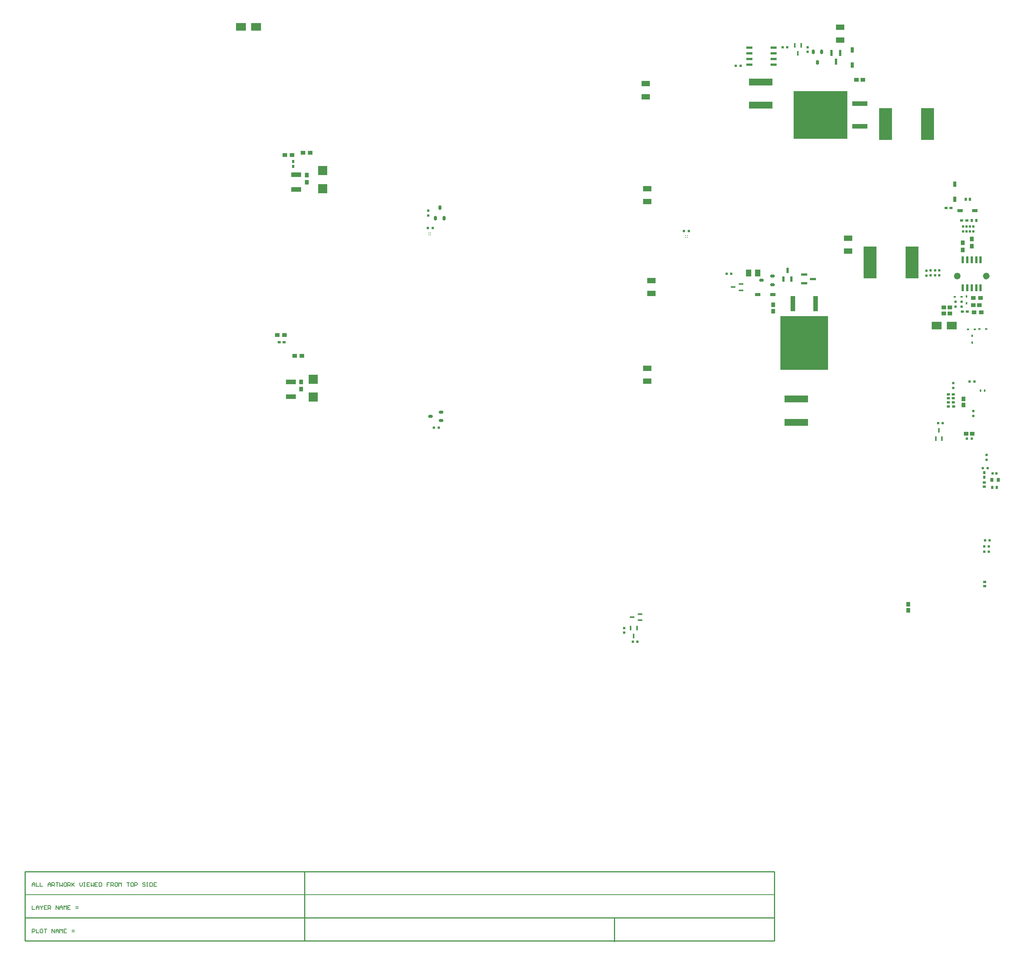
<source format=gbp>
G04*
G04 #@! TF.GenerationSoftware,Altium Limited,Altium Designer,24.3.1 (35)*
G04*
G04 Layer_Color=128*
%FSAX25Y25*%
%MOIN*%
G70*
G04*
G04 #@! TF.SameCoordinates,8ECB5597-4BEE-4FB2-8F1C-C82D3C8D71A6*
G04*
G04*
G04 #@! TF.FilePolarity,Positive*
G04*
G01*
G75*
%ADD13C,0.01000*%
%ADD16C,0.00800*%
%ADD18C,0.00600*%
%ADD35R,0.02598X0.02283*%
%ADD36R,0.02598X0.02283*%
%ADD37R,0.03937X0.03740*%
%ADD38R,0.02200X0.02000*%
%ADD39R,0.04375X0.01775*%
%ADD67R,0.02600X0.02000*%
%ADD79R,0.02200X0.02800*%
%ADD80R,0.02000X0.02400*%
%ADD100R,0.03740X0.04432*%
%ADD106R,0.08661X0.04331*%
%ADD109R,0.02200X0.02400*%
%ADD111R,0.03740X0.03937*%
%ADD116R,0.07284X0.05118*%
%ADD117R,0.05000X0.06300*%
%ADD120R,0.02400X0.02000*%
%ADD121R,0.04432X0.03740*%
G04:AMPARAMS|DCode=122|XSize=23.62mil|YSize=39.37mil|CornerRadius=5.91mil|HoleSize=0mil|Usage=FLASHONLY|Rotation=180.000|XOffset=0mil|YOffset=0mil|HoleType=Round|Shape=RoundedRectangle|*
%AMROUNDEDRECTD122*
21,1,0.02362,0.02756,0,0,180.0*
21,1,0.01181,0.03937,0,0,180.0*
1,1,0.01181,-0.00591,0.01378*
1,1,0.01181,0.00591,0.01378*
1,1,0.01181,0.00591,-0.01378*
1,1,0.01181,-0.00591,-0.01378*
%
%ADD122ROUNDEDRECTD122*%
%ADD123R,0.02000X0.02600*%
%ADD124R,0.02283X0.02598*%
%ADD125R,0.02283X0.02598*%
%ADD126R,0.20866X0.06299*%
%ADD131R,0.04800X0.03000*%
%ADD136R,0.02000X0.02200*%
%ADD138R,0.02800X0.02200*%
%ADD142R,0.01800X0.02200*%
G04:AMPARAMS|DCode=143|XSize=23.62mil|YSize=39.37mil|CornerRadius=5.91mil|HoleSize=0mil|Usage=FLASHONLY|Rotation=270.000|XOffset=0mil|YOffset=0mil|HoleType=Round|Shape=RoundedRectangle|*
%AMROUNDEDRECTD143*
21,1,0.02362,0.02756,0,0,270.0*
21,1,0.01181,0.03937,0,0,270.0*
1,1,0.01181,-0.01378,-0.00591*
1,1,0.01181,-0.01378,0.00591*
1,1,0.01181,0.01378,0.00591*
1,1,0.01181,0.01378,-0.00591*
%
%ADD143ROUNDEDRECTD143*%
%ADD286C,0.01000*%
%ADD291R,0.02800X0.03700*%
%ADD292R,0.02400X0.01400*%
%ADD293R,0.05600X0.02200*%
%ADD294R,0.02200X0.05000*%
%ADD295R,0.05750X0.02100*%
%ADD296R,0.08600X0.06500*%
%ADD297R,0.07874X0.07874*%
%ADD298R,0.02362X0.06299*%
%ADD299R,0.11400X0.28000*%
%ADD302R,0.13800X0.04100*%
%ADD303R,0.47400X0.42200*%
%ADD304R,0.03740X0.03959*%
%ADD305R,0.01775X0.04375*%
%ADD306R,0.03000X0.04800*%
%ADD307R,0.03959X0.03740*%
%ADD308R,0.02200X0.05600*%
%ADD309R,0.04100X0.13800*%
%ADD310R,0.42200X0.47400*%
%ADD311R,0.01400X0.02400*%
%ADD316C,0.02953*%
G54D13*
X0559400Y0039400D02*
Y0059683D01*
X0440500Y0040050D02*
X0700200D01*
Y0101050D01*
X0286500Y0040050D02*
Y0101050D01*
X0040000Y0040050D02*
Y0101050D01*
X0040050Y0040050D02*
X0197600D01*
X0040050D02*
Y0101050D01*
Y0101050D02*
X0700200D01*
X0040000Y0040050D02*
X0440500D01*
X0040000Y0060383D02*
X0700000D01*
G54D16*
X0040000Y0080717D02*
X0700200D01*
G54D18*
X0046350Y0071049D02*
Y0067551D01*
X0048683D01*
X0049849D02*
Y0069883D01*
X0051015Y0071049D01*
X0052181Y0069883D01*
Y0067551D01*
Y0069300D01*
X0049849D01*
X0053348Y0071049D02*
Y0070466D01*
X0054514Y0069300D01*
X0055680Y0070466D01*
Y0071049D01*
X0054514Y0069300D02*
Y0067551D01*
X0059179Y0071049D02*
X0056847D01*
Y0067551D01*
X0059179D01*
X0056847Y0069300D02*
X0058013D01*
X0060346Y0067551D02*
Y0071049D01*
X0062095D01*
X0062678Y0070466D01*
Y0069300D01*
X0062095Y0068717D01*
X0060346D01*
X0061512D02*
X0062678Y0067551D01*
X0067343D02*
Y0071049D01*
X0069676Y0067551D01*
Y0071049D01*
X0070842Y0067551D02*
Y0069883D01*
X0072008Y0071049D01*
X0073175Y0069883D01*
Y0067551D01*
Y0069300D01*
X0070842D01*
X0074341Y0067551D02*
Y0071049D01*
X0075507Y0069883D01*
X0076674Y0071049D01*
Y0067551D01*
X0080172Y0071049D02*
X0077840D01*
Y0067551D01*
X0080172D01*
X0077840Y0069300D02*
X0079006D01*
X0084838Y0068717D02*
X0087170D01*
X0084838Y0069883D02*
X0087170D01*
X0046350Y0046966D02*
Y0050465D01*
X0048099D01*
X0048683Y0049882D01*
Y0048716D01*
X0048099Y0048133D01*
X0046350D01*
X0049849Y0050465D02*
Y0046966D01*
X0052181D01*
X0055097Y0050465D02*
X0053931D01*
X0053348Y0049882D01*
Y0047550D01*
X0053931Y0046966D01*
X0055097D01*
X0055680Y0047550D01*
Y0049882D01*
X0055097Y0050465D01*
X0056847D02*
X0059179D01*
X0058013D01*
Y0046966D01*
X0063844D02*
Y0050465D01*
X0066177Y0046966D01*
Y0050465D01*
X0067343Y0046966D02*
Y0049299D01*
X0068510Y0050465D01*
X0069676Y0049299D01*
Y0046966D01*
Y0048716D01*
X0067343D01*
X0070842Y0046966D02*
Y0050465D01*
X0072008Y0049299D01*
X0073175Y0050465D01*
Y0046966D01*
X0076674Y0050465D02*
X0074341D01*
Y0046966D01*
X0076674D01*
X0074341Y0048716D02*
X0075507D01*
X0081339Y0048133D02*
X0083671D01*
X0081339Y0049299D02*
X0083671D01*
X0046350Y0087833D02*
Y0090166D01*
X0047516Y0091332D01*
X0048683Y0090166D01*
Y0087833D01*
Y0089583D01*
X0046350D01*
X0049849Y0091332D02*
Y0087833D01*
X0052181D01*
X0053348Y0091332D02*
Y0087833D01*
X0055680D01*
X0060346D02*
Y0090166D01*
X0061512Y0091332D01*
X0062678Y0090166D01*
Y0087833D01*
Y0089583D01*
X0060346D01*
X0063844Y0087833D02*
Y0091332D01*
X0065594D01*
X0066177Y0090749D01*
Y0089583D01*
X0065594Y0089000D01*
X0063844D01*
X0065011D02*
X0066177Y0087833D01*
X0067343Y0091332D02*
X0069676D01*
X0068510D01*
Y0087833D01*
X0070842Y0091332D02*
Y0087833D01*
X0072008Y0089000D01*
X0073175Y0087833D01*
Y0091332D01*
X0076090D02*
X0074924D01*
X0074341Y0090749D01*
Y0088416D01*
X0074924Y0087833D01*
X0076090D01*
X0076674Y0088416D01*
Y0090749D01*
X0076090Y0091332D01*
X0077840Y0087833D02*
Y0091332D01*
X0079589D01*
X0080172Y0090749D01*
Y0089583D01*
X0079589Y0089000D01*
X0077840D01*
X0079006D02*
X0080172Y0087833D01*
X0081339Y0091332D02*
Y0087833D01*
Y0089000D01*
X0083671Y0091332D01*
X0081922Y0089583D01*
X0083671Y0087833D01*
X0088336Y0091332D02*
Y0089000D01*
X0089503Y0087833D01*
X0090669Y0089000D01*
Y0091332D01*
X0091835D02*
X0093002D01*
X0092418D01*
Y0087833D01*
X0091835D01*
X0093002D01*
X0097084Y0091332D02*
X0094751D01*
Y0087833D01*
X0097084D01*
X0094751Y0089583D02*
X0095917D01*
X0098250Y0091332D02*
Y0087833D01*
X0099416Y0089000D01*
X0100583Y0087833D01*
Y0091332D01*
X0104081D02*
X0101749D01*
Y0087833D01*
X0104081D01*
X0101749Y0089583D02*
X0102915D01*
X0105248Y0091332D02*
Y0087833D01*
X0106997D01*
X0107580Y0088416D01*
Y0090749D01*
X0106997Y0091332D01*
X0105248D01*
X0114578D02*
X0112245D01*
Y0089583D01*
X0113412D01*
X0112245D01*
Y0087833D01*
X0115744D02*
Y0091332D01*
X0117494D01*
X0118077Y0090749D01*
Y0089583D01*
X0117494Y0089000D01*
X0115744D01*
X0116911D02*
X0118077Y0087833D01*
X0120993Y0091332D02*
X0119826D01*
X0119243Y0090749D01*
Y0088416D01*
X0119826Y0087833D01*
X0120993D01*
X0121576Y0088416D01*
Y0090749D01*
X0120993Y0091332D01*
X0122742Y0087833D02*
Y0091332D01*
X0123908Y0090166D01*
X0125075Y0091332D01*
Y0087833D01*
X0129740Y0091332D02*
X0132072D01*
X0130906D01*
Y0087833D01*
X0134988Y0091332D02*
X0133822D01*
X0133239Y0090749D01*
Y0088416D01*
X0133822Y0087833D01*
X0134988D01*
X0135571Y0088416D01*
Y0090749D01*
X0134988Y0091332D01*
X0136738Y0087833D02*
Y0091332D01*
X0138487D01*
X0139070Y0090749D01*
Y0089583D01*
X0138487Y0089000D01*
X0136738D01*
X0146068Y0090749D02*
X0145485Y0091332D01*
X0144318D01*
X0143735Y0090749D01*
Y0090166D01*
X0144318Y0089583D01*
X0145485D01*
X0146068Y0089000D01*
Y0088416D01*
X0145485Y0087833D01*
X0144318D01*
X0143735Y0088416D01*
X0147234Y0091332D02*
X0148400D01*
X0147817D01*
Y0087833D01*
X0147234D01*
X0148400D01*
X0150150Y0091332D02*
Y0087833D01*
X0151899D01*
X0152482Y0088416D01*
Y0090749D01*
X0151899Y0091332D01*
X0150150D01*
X0155981D02*
X0153649D01*
Y0087833D01*
X0155981D01*
X0153649Y0089583D02*
X0154815D01*
G54D35*
X0885289Y0440216D02*
D03*
X0885589Y0356374D02*
D03*
G54D36*
X0885289Y0444074D02*
D03*
X0885589Y0352516D02*
D03*
G54D37*
X0876339Y0594145D02*
D03*
X0882639D02*
D03*
X0275439Y0732545D02*
D03*
X0269139D02*
D03*
X0285152Y0734674D02*
D03*
X0291451D02*
D03*
X0277652Y0555516D02*
D03*
X0283951D02*
D03*
X0262239Y0573945D02*
D03*
X0268539D02*
D03*
X0875839Y0606645D02*
D03*
X0882139D02*
D03*
G54D38*
X0567889Y0315645D02*
D03*
Y0311645D02*
D03*
X0729689Y0823745D02*
D03*
Y0827745D02*
D03*
G54D39*
X0575046Y0325245D02*
D03*
X0582132Y0322489D02*
D03*
Y0328001D02*
D03*
X0670989Y0618945D02*
D03*
Y0613433D02*
D03*
X0663902Y0616189D02*
D03*
G54D67*
X0865489Y0674845D02*
D03*
X0869889D02*
D03*
X0853589Y0518245D02*
D03*
X0857989D02*
D03*
X0853589Y0521645D02*
D03*
X0857989D02*
D03*
X0853789Y0510845D02*
D03*
X0858189D02*
D03*
X0856089Y0685845D02*
D03*
X0851689D02*
D03*
X0264089Y0567745D02*
D03*
X0268489D02*
D03*
X0858089Y0514545D02*
D03*
X0853689D02*
D03*
G54D79*
X0885389Y0448595D02*
D03*
Y0452695D02*
D03*
G54D80*
X0858086Y0527392D02*
D03*
Y0531692D02*
D03*
X0869597Y0669777D02*
D03*
Y0665477D02*
D03*
X0841989Y0626695D02*
D03*
Y0630995D02*
D03*
X0875589Y0502595D02*
D03*
Y0506895D02*
D03*
X0834224Y0626406D02*
D03*
Y0630706D02*
D03*
X0845641Y0630932D02*
D03*
Y0626632D02*
D03*
X0866772Y0665257D02*
D03*
Y0669557D02*
D03*
X0872679Y0665257D02*
D03*
Y0669557D02*
D03*
X0838089Y0626595D02*
D03*
Y0630895D02*
D03*
X0875687Y0669740D02*
D03*
Y0665441D02*
D03*
X0887189Y0468395D02*
D03*
Y0464095D02*
D03*
X0859989Y0603345D02*
D03*
Y0599045D02*
D03*
X0865489Y0603195D02*
D03*
Y0598895D02*
D03*
X0395289Y0679395D02*
D03*
Y0683695D02*
D03*
G54D100*
X0866889Y0512276D02*
D03*
Y0517613D02*
D03*
X0818489Y0336713D02*
D03*
Y0331376D02*
D03*
G54D106*
X0278889Y0702449D02*
D03*
Y0715441D02*
D03*
X0274235Y0532594D02*
D03*
Y0519602D02*
D03*
G54D109*
X0892639Y0451845D02*
D03*
X0895939D02*
D03*
G54D111*
X0288389Y0708795D02*
D03*
Y0715095D02*
D03*
X0283389Y0526295D02*
D03*
Y0532594D02*
D03*
X0874489Y0652446D02*
D03*
Y0658745D02*
D03*
X0866189Y0655395D02*
D03*
Y0649095D02*
D03*
G54D116*
X0765489Y0647836D02*
D03*
Y0659254D02*
D03*
X0588489Y0702953D02*
D03*
Y0691536D02*
D03*
X0586889Y0795553D02*
D03*
Y0784136D02*
D03*
X0591912Y0622121D02*
D03*
Y0610703D02*
D03*
X0588489Y0533336D02*
D03*
Y0544754D02*
D03*
X0758489Y0845354D02*
D03*
Y0833936D02*
D03*
G54D117*
X0685589Y0628545D02*
D03*
X0677589D02*
D03*
G54D120*
X0872247Y0532950D02*
D03*
X0876547D02*
D03*
X0874239Y0482645D02*
D03*
X0869939D02*
D03*
X0888401Y0456720D02*
D03*
X0884101D02*
D03*
X0620839Y0665545D02*
D03*
X0625139D02*
D03*
X0399339Y0668170D02*
D03*
X0395039D02*
D03*
X0400389Y0492245D02*
D03*
X0404689D02*
D03*
X0670539Y0811345D02*
D03*
X0666239D02*
D03*
G54D121*
X0881157Y0600445D02*
D03*
X0875821D02*
D03*
X0869421Y0487145D02*
D03*
X0874757D02*
D03*
X0849621Y0598445D02*
D03*
X0854957D02*
D03*
X0849720Y0592845D02*
D03*
X0855058D02*
D03*
G54D122*
X0405529Y0686394D02*
D03*
X0401789Y0676945D02*
D03*
X0409269D02*
D03*
X0734649Y0823769D02*
D03*
X0742129D02*
D03*
X0738389Y0814320D02*
D03*
G54D123*
X0276489Y0722645D02*
D03*
Y0727045D02*
D03*
G54D124*
X0878318Y0674945D02*
D03*
X0872799Y0693484D02*
D03*
X0892460Y0439645D02*
D03*
G54D125*
X0874460Y0674945D02*
D03*
X0868941Y0693484D02*
D03*
X0896318Y0439645D02*
D03*
G54D126*
X0688389Y0797081D02*
D03*
Y0776609D02*
D03*
X0719789Y0517581D02*
D03*
Y0497109D02*
D03*
G54D131*
X0685689Y0609545D02*
D03*
X0698889D02*
D03*
X0863870Y0683584D02*
D03*
X0877070D02*
D03*
G54D136*
X0707689Y0827745D02*
D03*
X0711689D02*
D03*
X0885858Y0392844D02*
D03*
X0889858D02*
D03*
X0889489Y0382945D02*
D03*
X0885489D02*
D03*
Y0387645D02*
D03*
X0889489D02*
D03*
X0848789Y0496245D02*
D03*
X0844789D02*
D03*
X0579789Y0303645D02*
D03*
X0575789D02*
D03*
X0658489Y0627845D02*
D03*
X0662489D02*
D03*
G54D138*
X0866139Y0594745D02*
D03*
X0870239D02*
D03*
G54D142*
X0885799Y0524875D02*
D03*
X0882099D02*
D03*
G54D143*
X0689140Y0622185D02*
D03*
X0698589Y0618445D02*
D03*
Y0625925D02*
D03*
X0397365Y0502245D02*
D03*
X0406813Y0498505D02*
D03*
Y0505985D02*
D03*
G54D286*
X0397489Y0664045D02*
D03*
X0395914D02*
D03*
X0397489Y0662470D02*
D03*
X0395914D02*
D03*
X0623576Y0661532D02*
D03*
X0622002D02*
D03*
X0623576Y0659958D02*
D03*
X0622002D02*
D03*
G54D291*
X0892039Y0446445D02*
D03*
X0897539D02*
D03*
G54D292*
X0870989Y0579145D02*
D03*
X0876889D02*
D03*
X0865189Y0607545D02*
D03*
X0859289D02*
D03*
X0886939Y0579245D02*
D03*
X0881039D02*
D03*
G54D293*
X0734389Y0623445D02*
D03*
X0726789Y0627195D02*
D03*
Y0619695D02*
D03*
G54D294*
X0711889Y0630945D02*
D03*
X0708287Y0623345D02*
D03*
X0715491D02*
D03*
G54D295*
X0699689Y0812345D02*
D03*
Y0817345D02*
D03*
Y0822345D02*
D03*
Y0827345D02*
D03*
X0678239D02*
D03*
Y0822345D02*
D03*
Y0817345D02*
D03*
Y0812345D02*
D03*
G54D296*
X0856589Y0582345D02*
D03*
X0843189D02*
D03*
X0230189Y0845745D02*
D03*
X0243589D02*
D03*
G54D297*
X0293889Y0535145D02*
D03*
Y0519397D02*
D03*
X0302189Y0703080D02*
D03*
Y0718828D02*
D03*
G54D298*
X0866410Y0640216D02*
D03*
Y0615610D02*
D03*
X0870347Y0640216D02*
D03*
Y0615610D02*
D03*
X0874284Y0640216D02*
D03*
Y0615610D02*
D03*
X0878221Y0640216D02*
D03*
Y0615610D02*
D03*
X0882158Y0640216D02*
D03*
Y0615610D02*
D03*
G54D299*
X0821839Y0637945D02*
D03*
X0784739D02*
D03*
X0798339Y0759945D02*
D03*
X0835439D02*
D03*
G54D302*
X0775589Y0757945D02*
D03*
Y0777945D02*
D03*
G54D303*
X0740889Y0767945D02*
D03*
G54D304*
X0699189Y0600810D02*
D03*
Y0595080D02*
D03*
G54D305*
X0848045Y0482802D02*
D03*
X0842533D02*
D03*
X0845289Y0489888D02*
D03*
X0576489Y0308502D02*
D03*
X0579245Y0315588D02*
D03*
X0573733D02*
D03*
X0718389Y0829345D02*
D03*
X0723901D02*
D03*
X0721145Y0822258D02*
D03*
G54D306*
X0859370Y0693684D02*
D03*
Y0706884D02*
D03*
X0769089Y0825245D02*
D03*
Y0812045D02*
D03*
G54D307*
X0778354Y0799045D02*
D03*
X0772624D02*
D03*
G54D308*
X0754589Y0814945D02*
D03*
X0758339Y0822545D02*
D03*
X0750839D02*
D03*
G54D309*
X0716589Y0601745D02*
D03*
X0736589D02*
D03*
G54D310*
X0726589Y0567045D02*
D03*
G54D311*
X0869689Y0607995D02*
D03*
Y0602095D02*
D03*
X0874589Y0567295D02*
D03*
Y0573195D02*
D03*
G54D316*
X0862965Y0625945D02*
G03*
X0862965Y0625945I-0001476J0000000D01*
G01*
X0888556D02*
G03*
X0888556Y0625945I-0001476J0000000D01*
G01*
M02*

</source>
